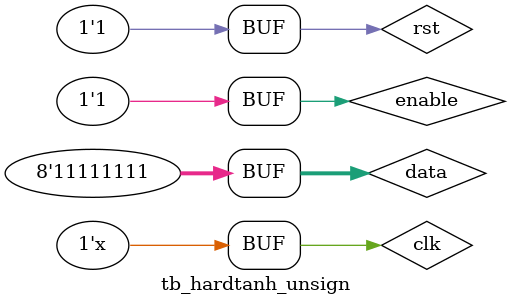
<source format=v>
`timescale 1ns / 1ps


module tb_hardtanh_unsign(

    );
reg             clk;
reg             rst;
reg             enable;
reg     [7:0]   data;
wire    [7:0]   dataOut;
wire    rdy;

 
hardtanh_unsign test1(
    .iClk(clk),
    .iRst(rst),
    
    //data
    .data(data),
    .dataOut(dataOut),    
    
    //control,
    .enable(enable),
    .rdy(rdy)
    );

    
initial
begin
    clk =  0;
    rst =  0;
    #1  rst =   1;
    #1  rst =   0;
    #1  rst =   1;
    enable  =   1;
  #15 data=8'b00000000;
        #15 data=8'b00000001;
        #15 data=8'b00000010;
        #15 data=8'b00000011;
        #15 data=8'b00000100;
        #15 data=8'b00000101;
        #15 data=8'b00000110;
        #15 data=8'b00000111;
        #15 data=8'b00001000;
        #15 data=8'b00001001;
        #15 data=8'b00001010;
        #15 data=8'b00001011;
        #15 data=8'b00001100;
        #15 data=8'b00001101;
        #15 data=8'b00001110;
        #15 data=8'b00001111;
        #15 data=8'b00010000;
        #15 data=8'b00010001;
        #15 data=8'b00010010;
        #15 data=8'b00010011;
        #15 data=8'b00010100;
        #15 data=8'b00010101;
        #15 data=8'b00010110;
        #15 data=8'b00010111;
        #15 data=8'b00011000;
        #15 data=8'b00011001;
        #15 data=8'b00011010;
        #15 data=8'b00011011;
        #15 data=8'b00011100;
        #15 data=8'b00011101;
        #15 data=8'b00011110;
        #15 data=8'b00011111;
        #15 data=8'b00100000;
        #15 data=8'b00100001;
        #15 data=8'b00100010;
        #15 data=8'b00100011;
        #15 data=8'b00100100;
        #15 data=8'b00100101;
        #15 data=8'b00100110;
        #15 data=8'b00100111;
        #15 data=8'b00101000;
        #15 data=8'b00101001;
        #15 data=8'b00101010;
        #15 data=8'b00101011;
        #15 data=8'b00101100;
        #15 data=8'b00101101;
        #15 data=8'b00101110;
        #15 data=8'b00101111;
        #15 data=8'b00110000;
        #15 data=8'b00110001;
        #15 data=8'b00110010;
        #15 data=8'b00110011;
        #15 data=8'b00110100;
        #15 data=8'b00110101;
        #15 data=8'b00110110;
        #15 data=8'b00110111;
        #15 data=8'b00111000;
        #15 data=8'b00111001;
        #15 data=8'b00111010;
        #15 data=8'b00111011;
        #15 data=8'b00111100;
        #15 data=8'b00111101;
        #15 data=8'b00111110;
        #15 data=8'b00111111;
        #15 data=8'b01000000;
        #15 data=8'b01000001;
        #15 data=8'b01000010;
        #15 data=8'b01000011;
        #15 data=8'b01000100;
        #15 data=8'b01000101;
        #15 data=8'b01000110;
        #15 data=8'b01000111;
        #15 data=8'b01001000;
        #15 data=8'b01001001;
        #15 data=8'b01001010;
        #15 data=8'b01001011;
        #15 data=8'b01001100;
        #15 data=8'b01001101;
        #15 data=8'b01001110;
        #15 data=8'b01001111;
        #15 data=8'b01010000;
        #15 data=8'b01010001;
        #15 data=8'b01010010;
        #15 data=8'b01010011;
        #15 data=8'b01010100;
        #15 data=8'b01010101;
        #15 data=8'b01010110;
        #15 data=8'b01010111;
        #15 data=8'b01011000;
        #15 data=8'b01011001;
        #15 data=8'b01011010;
        #15 data=8'b01011011;
        #15 data=8'b01011100;
        #15 data=8'b01011101;
        #15 data=8'b01011110;
        #15 data=8'b01011111;
        #15 data=8'b01100000;
        #15 data=8'b01100001;
        #15 data=8'b01100010;
        #15 data=8'b01100011;
        #15 data=8'b01100100;
        #15 data=8'b01100101;
        #15 data=8'b01100110;
        #15 data=8'b01100111;
        #15 data=8'b01101000;
        #15 data=8'b01101001;
        #15 data=8'b01101010;
        #15 data=8'b01101011;
        #15 data=8'b01101100;
        #15 data=8'b01101101;
        #15 data=8'b01101110;
        #15 data=8'b01101111;
        #15 data=8'b01110000;
        #15 data=8'b01110001;
        #15 data=8'b01110010;
        #15 data=8'b01110011;
        #15 data=8'b01110100;
        #15 data=8'b01110101;
        #15 data=8'b01110110;
        #15 data=8'b01110111;
        #15 data=8'b01111000;
        #15 data=8'b01111001;
        #15 data=8'b01111010;
        #15 data=8'b01111011;
        #15 data=8'b01111100;
        #15 data=8'b01111101;
        #15 data=8'b01111110;
        #15 data=8'b01111111;
        #15 data=8'b10000000;
        #15 data=8'b10000001;
        #15 data=8'b10000010;
        #15 data=8'b10000011;
        #15 data=8'b10000100;
        #15 data=8'b10000101;
        #15 data=8'b10000110;
        #15 data=8'b10000111;
        #15 data=8'b10001000;
        #15 data=8'b10001001;
        #15 data=8'b10001010;
        #15 data=8'b10001011;
        #15 data=8'b10001100;
        #15 data=8'b10001101;
        #15 data=8'b10001110;
        #15 data=8'b10001111;
        #15 data=8'b10010000;
        #15 data=8'b10010001;
        #15 data=8'b10010010;
        #15 data=8'b10010011;
        #15 data=8'b10010100;
        #15 data=8'b10010101;
        #15 data=8'b10010110;
        #15 data=8'b10010111;
        #15 data=8'b10011000;
        #15 data=8'b10011001;
        #15 data=8'b10011010;
        #15 data=8'b10011011;
        #15 data=8'b10011100;
        #15 data=8'b10011101;
        #15 data=8'b10011110;
        #15 data=8'b10011111;
        #15 data=8'b10100000;
        #15 data=8'b10100001;
        #15 data=8'b10100010;
        #15 data=8'b10100011;
        #15 data=8'b10100100;
        #15 data=8'b10100101;
        #15 data=8'b10100110;
        #15 data=8'b10100111;
        #15 data=8'b10101000;
        #15 data=8'b10101001;
        #15 data=8'b10101010;
        #15 data=8'b10101011;
        #15 data=8'b10101100;
        #15 data=8'b10101101;
        #15 data=8'b10101110;
        #15 data=8'b10101111;
        #15 data=8'b10110000;
        #15 data=8'b10110001;
        #15 data=8'b10110010;
        #15 data=8'b10110011;
        #15 data=8'b10110100;
        #15 data=8'b10110101;
        #15 data=8'b10110110;
        #15 data=8'b10110111;
        #15 data=8'b10111000;
        #15 data=8'b10111001;
        #15 data=8'b10111010;
        #15 data=8'b10111011;
        #15 data=8'b10111100;
        #15 data=8'b10111101;
        #15 data=8'b10111110;
        #15 data=8'b10111111;
        #15 data=8'b11000000;
        #15 data=8'b11000001;
        #15 data=8'b11000010;
        #15 data=8'b11000011;
        #15 data=8'b11000100;
        #15 data=8'b11000101;
        #15 data=8'b11000110;
        #15 data=8'b11000111;
        #15 data=8'b11001000;
        #15 data=8'b11001001;
        #15 data=8'b11001010;
        #15 data=8'b11001011;
        #15 data=8'b11001100;
        #15 data=8'b11001101;
        #15 data=8'b11001110;
        #15 data=8'b11001111;
        #15 data=8'b11010000;
        #15 data=8'b11010001;
        #15 data=8'b11010010;
        #15 data=8'b11010011;
        #15 data=8'b11010100;
        #15 data=8'b11010101;
        #15 data=8'b11010110;
        #15 data=8'b11010111;
        #15 data=8'b11011000;
        #15 data=8'b11011001;
        #15 data=8'b11011010;
        #15 data=8'b11011011;
        #15 data=8'b11011100;
        #15 data=8'b11011101;
        #15 data=8'b11011110;
        #15 data=8'b11011111;
        #15 data=8'b11100000;
        #15 data=8'b11100001;
        #15 data=8'b11100010;
        #15 data=8'b11100011;
        #15 data=8'b11100100;
        #15 data=8'b11100101;
        #15 data=8'b11100110;
        #15 data=8'b11100111;
        #15 data=8'b11101000;
        #15 data=8'b11101001;
        #15 data=8'b11101010;
        #15 data=8'b11101011;
        #15 data=8'b11101100;
        #15 data=8'b11101101;
        #15 data=8'b11101110;
        #15 data=8'b11101111;
        #15 data=8'b11110000;
        #15 data=8'b11110001;
        #15 data=8'b11110010;
        #15 data=8'b11110011;
        #15 data=8'b11110100;
        #15 data=8'b11110101;
        #15 data=8'b11110110;
        #15 data=8'b11110111;
        #15 data=8'b11111000;
        #15 data=8'b11111001;
        #15 data=8'b11111010;
        #15 data=8'b11111011;
        #15 data=8'b11111100;
        #15 data=8'b11111101;
        #15 data=8'b11111110;
        #15 data=8'b11111111;
      
end

always # 5 clk = ~ clk;
    
endmodule

</source>
